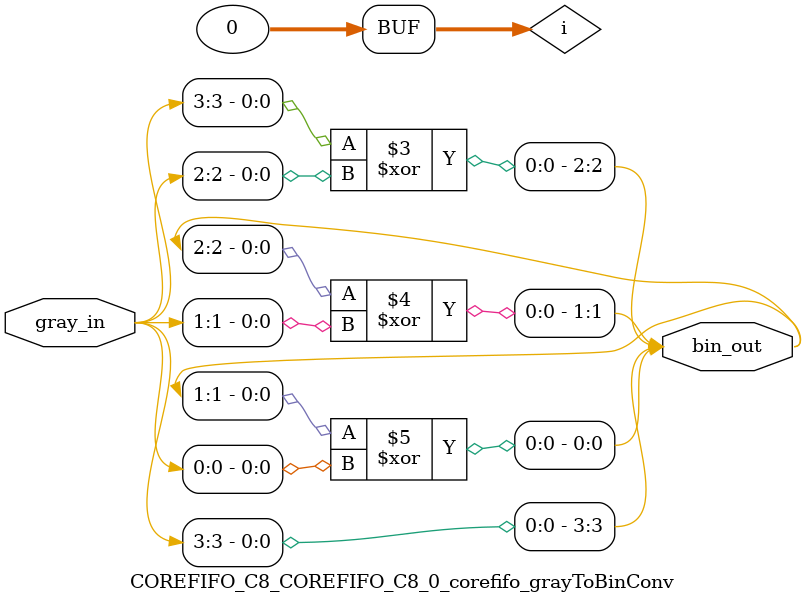
<source format=v>

`timescale 1ns / 100ps

module COREFIFO_C8_COREFIFO_C8_0_corefifo_grayToBinConv(
                                         gray_in,
                                         bin_out
                                        );

   // --------------------------------------------------------------------------
   // Parameter Declaration
   // --------------------------------------------------------------------------
   parameter ADDRWIDTH  = 3;
  // parameter SYNC_RESET = 0;   

   // --------------------------------------------------------------------------
   // I/O Declaration
   // --------------------------------------------------------------------------

   //--------
   // Inputs
   //--------
   input [ADDRWIDTH:0]    gray_in;

   //---------
   // Outputs
   //---------
   output [ADDRWIDTH:0] bin_out;

   // --------------------------------------------------------------------------
   // Internal signals
   // --------------------------------------------------------------------------
   reg [ADDRWIDTH:0]      bin_out;   
   integer                i;
   

   // --------------------------------------------------------------------------
   //                               Start - of - Code
   // --------------------------------------------------------------------------


   // --------------------------------------------------------------------------
   // Logic to Convert the Gray code to Binary
   // --------------------------------------------------------------------------
   always @(*) begin

      bin_out[ADDRWIDTH]  = gray_in[ADDRWIDTH];      

      for(i=ADDRWIDTH;i>0;i = i-1) begin
         bin_out[i-1]     = (bin_out[i] ^ gray_in[i-1]);
      end

   end

endmodule // corefifo_grayToBinConv

// --------------------------------------------------------------------------
//                             End - of - Code
// --------------------------------------------------------------------------

</source>
